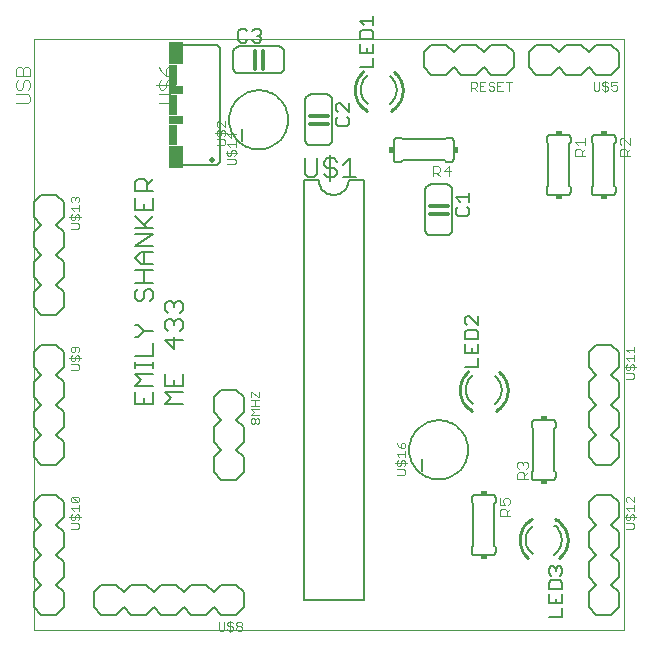
<source format=gto>
G75*
G70*
%OFA0B0*%
%FSLAX24Y24*%
%IPPOS*%
%LPD*%
%AMOC8*
5,1,8,0,0,1.08239X$1,22.5*
%
%ADD10C,0.0000*%
%ADD11C,0.0050*%
%ADD12C,0.0070*%
%ADD13C,0.0060*%
%ADD14C,0.0120*%
%ADD15C,0.0080*%
%ADD16C,0.0030*%
%ADD17C,0.0040*%
%ADD18R,0.0200X0.0150*%
%ADD19R,0.0150X0.0200*%
%ADD20C,0.0100*%
%ADD21C,0.0200*%
%ADD22R,0.0500X0.0750*%
%ADD23R,0.0300X0.0700*%
%ADD24R,0.0500X0.0300*%
D10*
X000917Y000252D02*
X000917Y019937D01*
X020602Y019937D01*
X020602Y000252D01*
X000917Y000252D01*
D11*
X004282Y007777D02*
X004892Y007777D01*
X004892Y008184D01*
X004892Y008385D02*
X004282Y008385D01*
X004485Y008588D01*
X004282Y008792D01*
X004892Y008792D01*
X004892Y008992D02*
X004892Y009196D01*
X004892Y009094D02*
X004282Y009094D01*
X004282Y008992D02*
X004282Y009196D01*
X004282Y009398D02*
X004892Y009398D01*
X004892Y009805D01*
X005282Y009905D02*
X005587Y009600D01*
X005587Y010007D01*
X005790Y010208D02*
X005892Y010310D01*
X005892Y010513D01*
X005790Y010615D01*
X005689Y010615D01*
X005587Y010513D01*
X005587Y010411D01*
X005587Y010513D02*
X005485Y010615D01*
X005383Y010615D01*
X005282Y010513D01*
X005282Y010310D01*
X005383Y010208D01*
X005282Y009905D02*
X005892Y009905D01*
X005790Y010816D02*
X005892Y010917D01*
X005892Y011121D01*
X005790Y011223D01*
X005689Y011223D01*
X005587Y011121D01*
X005587Y011019D01*
X005587Y011121D02*
X005485Y011223D01*
X005383Y011223D01*
X005282Y011121D01*
X005282Y010917D01*
X005383Y010816D01*
X004892Y011322D02*
X004790Y011221D01*
X004892Y011322D02*
X004892Y011526D01*
X004790Y011628D01*
X004689Y011628D01*
X004587Y011526D01*
X004587Y011322D01*
X004485Y011221D01*
X004383Y011221D01*
X004282Y011322D01*
X004282Y011526D01*
X004383Y011628D01*
X004282Y011828D02*
X004892Y011828D01*
X004587Y011828D02*
X004587Y012235D01*
X004587Y012436D02*
X004587Y012843D01*
X004485Y012843D02*
X004892Y012843D01*
X004892Y013044D02*
X004282Y013044D01*
X004892Y013451D01*
X004282Y013451D01*
X004282Y013652D02*
X004892Y013652D01*
X004689Y013652D02*
X004282Y014059D01*
X004282Y014259D02*
X004892Y014259D01*
X004892Y014666D01*
X004892Y014867D02*
X004282Y014867D01*
X004282Y015172D01*
X004383Y015274D01*
X004587Y015274D01*
X004689Y015172D01*
X004689Y014867D01*
X004689Y015070D02*
X004892Y015274D01*
X004282Y014666D02*
X004282Y014259D01*
X004587Y014259D02*
X004587Y014463D01*
X004892Y014059D02*
X004587Y013753D01*
X004485Y012843D02*
X004282Y012640D01*
X004485Y012436D01*
X004892Y012436D01*
X004892Y012235D02*
X004282Y012235D01*
X004282Y010412D02*
X004383Y010412D01*
X004587Y010209D01*
X004892Y010209D01*
X004587Y010209D02*
X004383Y010005D01*
X004282Y010005D01*
X005282Y008792D02*
X005282Y008385D01*
X005892Y008385D01*
X005892Y008792D01*
X005587Y008588D02*
X005587Y008385D01*
X005282Y008184D02*
X005892Y008184D01*
X005892Y007777D02*
X005282Y007777D01*
X005485Y007980D01*
X005282Y008184D01*
X004587Y007980D02*
X004587Y007777D01*
X004282Y007777D02*
X004282Y008184D01*
X011067Y017056D02*
X010992Y017131D01*
X010992Y017281D01*
X011067Y017356D01*
X011067Y017517D02*
X010992Y017592D01*
X010992Y017742D01*
X011067Y017817D01*
X011142Y017817D01*
X011442Y017517D01*
X011442Y017817D01*
X011367Y017356D02*
X011442Y017281D01*
X011442Y017131D01*
X011367Y017056D01*
X011067Y017056D01*
X011792Y019027D02*
X012242Y019027D01*
X012242Y019327D01*
X012242Y019487D02*
X012242Y019788D01*
X012242Y019948D02*
X012242Y020173D01*
X012167Y020248D01*
X011867Y020248D01*
X011792Y020173D01*
X011792Y019948D01*
X012242Y019948D01*
X012017Y019637D02*
X012017Y019487D01*
X011792Y019487D02*
X012242Y019487D01*
X011792Y019487D02*
X011792Y019788D01*
X011942Y020408D02*
X011792Y020558D01*
X012242Y020558D01*
X012242Y020408D02*
X012242Y020708D01*
X008503Y020202D02*
X008503Y020127D01*
X008428Y020052D01*
X008503Y019977D01*
X008503Y019902D01*
X008428Y019827D01*
X008278Y019827D01*
X008203Y019902D01*
X008042Y019902D02*
X007967Y019827D01*
X007817Y019827D01*
X007742Y019902D01*
X007742Y020202D01*
X007817Y020277D01*
X007967Y020277D01*
X008042Y020202D01*
X008203Y020202D02*
X008278Y020277D01*
X008428Y020277D01*
X008503Y020202D01*
X008428Y020052D02*
X008353Y020052D01*
X014992Y014667D02*
X015442Y014667D01*
X015442Y014517D02*
X015442Y014817D01*
X015142Y014517D02*
X014992Y014667D01*
X015067Y014356D02*
X014992Y014281D01*
X014992Y014131D01*
X015067Y014056D01*
X015367Y014056D01*
X015442Y014131D01*
X015442Y014281D01*
X015367Y014356D01*
X015367Y010708D02*
X015292Y010633D01*
X015292Y010483D01*
X015367Y010408D01*
X015367Y010248D02*
X015292Y010173D01*
X015292Y009948D01*
X015742Y009948D01*
X015742Y010173D01*
X015667Y010248D01*
X015367Y010248D01*
X015742Y010408D02*
X015442Y010708D01*
X015367Y010708D01*
X015742Y010708D02*
X015742Y010408D01*
X015742Y009788D02*
X015742Y009487D01*
X015292Y009487D01*
X015292Y009788D01*
X015517Y009637D02*
X015517Y009487D01*
X015742Y009327D02*
X015742Y009027D01*
X015292Y009027D01*
X018167Y002367D02*
X018242Y002367D01*
X018317Y002292D01*
X018392Y002367D01*
X018467Y002367D01*
X018542Y002292D01*
X018542Y002142D01*
X018467Y002066D01*
X018467Y001906D02*
X018167Y001906D01*
X018092Y001831D01*
X018092Y001606D01*
X018542Y001606D01*
X018542Y001831D01*
X018467Y001906D01*
X018317Y002217D02*
X018317Y002292D01*
X018167Y002367D02*
X018092Y002292D01*
X018092Y002142D01*
X018167Y002066D01*
X018092Y001446D02*
X018092Y001146D01*
X018542Y001146D01*
X018542Y001446D01*
X018317Y001296D02*
X018317Y001146D01*
X018542Y000986D02*
X018542Y000685D01*
X018092Y000685D01*
D12*
X011662Y015337D02*
X011241Y015337D01*
X011451Y015337D02*
X011451Y015967D01*
X011241Y015757D01*
X011017Y015862D02*
X010912Y015967D01*
X010702Y015967D01*
X010597Y015862D01*
X010597Y015757D01*
X010702Y015652D01*
X010912Y015652D01*
X011017Y015547D01*
X011017Y015442D01*
X010912Y015337D01*
X010702Y015337D01*
X010597Y015442D01*
X010807Y015232D02*
X010807Y016073D01*
X010373Y015967D02*
X010373Y015442D01*
X010267Y015337D01*
X010057Y015337D01*
X009952Y015442D01*
X009952Y015967D01*
D13*
X010167Y016402D02*
X010667Y016402D01*
X010693Y016404D01*
X010719Y016409D01*
X010744Y016417D01*
X010767Y016429D01*
X010789Y016443D01*
X010808Y016461D01*
X010826Y016480D01*
X010840Y016502D01*
X010852Y016525D01*
X010860Y016550D01*
X010865Y016576D01*
X010867Y016602D01*
X010867Y017902D01*
X010865Y017928D01*
X010860Y017954D01*
X010852Y017979D01*
X010840Y018002D01*
X010826Y018024D01*
X010808Y018043D01*
X010789Y018061D01*
X010767Y018075D01*
X010744Y018087D01*
X010719Y018095D01*
X010693Y018100D01*
X010667Y018102D01*
X010167Y018102D01*
X010141Y018100D01*
X010115Y018095D01*
X010090Y018087D01*
X010067Y018075D01*
X010045Y018061D01*
X010026Y018043D01*
X010008Y018024D01*
X009994Y018002D01*
X009982Y017979D01*
X009974Y017954D01*
X009969Y017928D01*
X009967Y017902D01*
X009967Y016602D01*
X009969Y016576D01*
X009974Y016550D01*
X009982Y016525D01*
X009994Y016502D01*
X010008Y016480D01*
X010026Y016461D01*
X010045Y016443D01*
X010067Y016429D01*
X010090Y016417D01*
X010115Y016409D01*
X010141Y016404D01*
X010167Y016402D01*
X010417Y015252D02*
X009917Y015252D01*
X009917Y015202D02*
X009917Y001252D01*
X011917Y001252D01*
X011917Y015252D01*
X011417Y015252D01*
X011415Y015208D01*
X011409Y015165D01*
X011400Y015123D01*
X011387Y015081D01*
X011370Y015041D01*
X011350Y015002D01*
X011327Y014965D01*
X011300Y014931D01*
X011271Y014898D01*
X011238Y014869D01*
X011204Y014842D01*
X011167Y014819D01*
X011128Y014799D01*
X011088Y014782D01*
X011046Y014769D01*
X011004Y014760D01*
X010961Y014754D01*
X010917Y014752D01*
X010873Y014754D01*
X010830Y014760D01*
X010788Y014769D01*
X010746Y014782D01*
X010706Y014799D01*
X010667Y014819D01*
X010630Y014842D01*
X010596Y014869D01*
X010563Y014898D01*
X010534Y014931D01*
X010507Y014965D01*
X010484Y015002D01*
X010464Y015041D01*
X010447Y015081D01*
X010434Y015123D01*
X010425Y015165D01*
X010419Y015208D01*
X010417Y015252D01*
X012917Y015952D02*
X012917Y016552D01*
X012919Y016569D01*
X012923Y016586D01*
X012930Y016602D01*
X012940Y016616D01*
X012953Y016629D01*
X012967Y016639D01*
X012983Y016646D01*
X013000Y016650D01*
X013017Y016652D01*
X013167Y016652D01*
X013217Y016602D01*
X014617Y016602D01*
X014667Y016652D01*
X014817Y016652D01*
X014834Y016650D01*
X014851Y016646D01*
X014867Y016639D01*
X014881Y016629D01*
X014894Y016616D01*
X014904Y016602D01*
X014911Y016586D01*
X014915Y016569D01*
X014917Y016552D01*
X014917Y015952D01*
X014915Y015935D01*
X014911Y015918D01*
X014904Y015902D01*
X014894Y015888D01*
X014881Y015875D01*
X014867Y015865D01*
X014851Y015858D01*
X014834Y015854D01*
X014817Y015852D01*
X014667Y015852D01*
X014617Y015902D01*
X013217Y015902D01*
X013167Y015852D01*
X013017Y015852D01*
X013000Y015854D01*
X012983Y015858D01*
X012967Y015865D01*
X012953Y015875D01*
X012940Y015888D01*
X012930Y015902D01*
X012923Y015918D01*
X012919Y015935D01*
X012917Y015952D01*
X013967Y014902D02*
X013967Y013602D01*
X013969Y013576D01*
X013974Y013550D01*
X013982Y013525D01*
X013994Y013502D01*
X014008Y013480D01*
X014026Y013461D01*
X014045Y013443D01*
X014067Y013429D01*
X014090Y013417D01*
X014115Y013409D01*
X014141Y013404D01*
X014167Y013402D01*
X014667Y013402D01*
X014693Y013404D01*
X014719Y013409D01*
X014744Y013417D01*
X014767Y013429D01*
X014789Y013443D01*
X014808Y013461D01*
X014826Y013480D01*
X014840Y013502D01*
X014852Y013525D01*
X014860Y013550D01*
X014865Y013576D01*
X014867Y013602D01*
X014867Y014902D01*
X014865Y014928D01*
X014860Y014954D01*
X014852Y014979D01*
X014840Y015002D01*
X014826Y015024D01*
X014808Y015043D01*
X014789Y015061D01*
X014767Y015075D01*
X014744Y015087D01*
X014719Y015095D01*
X014693Y015100D01*
X014667Y015102D01*
X014167Y015102D01*
X014141Y015100D01*
X014115Y015095D01*
X014090Y015087D01*
X014067Y015075D01*
X014045Y015061D01*
X014026Y015043D01*
X014008Y015024D01*
X013994Y015002D01*
X013982Y014979D01*
X013974Y014954D01*
X013969Y014928D01*
X013967Y014902D01*
X012785Y017778D02*
X012820Y017808D01*
X012853Y017839D01*
X012883Y017874D01*
X012910Y017910D01*
X012934Y017948D01*
X012956Y017988D01*
X012974Y018030D01*
X012990Y018073D01*
X013002Y018117D01*
X013010Y018161D01*
X013015Y018207D01*
X013017Y018252D01*
X013015Y018297D01*
X013010Y018343D01*
X013002Y018387D01*
X012990Y018431D01*
X012974Y018474D01*
X012956Y018516D01*
X012934Y018556D01*
X012910Y018594D01*
X012883Y018630D01*
X012853Y018665D01*
X012820Y018696D01*
X012785Y018726D01*
X011817Y018252D02*
X011819Y018206D01*
X011824Y018160D01*
X011833Y018114D01*
X011845Y018069D01*
X011861Y018026D01*
X011880Y017984D01*
X011903Y017943D01*
X011928Y017904D01*
X011956Y017868D01*
X011987Y017833D01*
X012021Y017801D01*
X012057Y017772D01*
X011817Y018252D02*
X011819Y018299D01*
X011825Y018347D01*
X011834Y018393D01*
X011847Y018439D01*
X011863Y018483D01*
X011883Y018527D01*
X011907Y018568D01*
X011933Y018607D01*
X011963Y018644D01*
X011996Y018679D01*
X012031Y018711D01*
X012068Y018740D01*
X009267Y019002D02*
X009267Y019502D01*
X009265Y019528D01*
X009260Y019554D01*
X009252Y019579D01*
X009240Y019602D01*
X009226Y019624D01*
X009208Y019643D01*
X009189Y019661D01*
X009167Y019675D01*
X009144Y019687D01*
X009119Y019695D01*
X009093Y019700D01*
X009067Y019702D01*
X007767Y019702D01*
X007741Y019700D01*
X007715Y019695D01*
X007690Y019687D01*
X007667Y019675D01*
X007645Y019661D01*
X007626Y019643D01*
X007608Y019624D01*
X007594Y019602D01*
X007582Y019579D01*
X007574Y019554D01*
X007569Y019528D01*
X007567Y019502D01*
X007567Y019002D01*
X007569Y018976D01*
X007574Y018950D01*
X007582Y018925D01*
X007594Y018902D01*
X007608Y018880D01*
X007626Y018861D01*
X007645Y018843D01*
X007667Y018829D01*
X007690Y018817D01*
X007715Y018809D01*
X007741Y018804D01*
X007767Y018802D01*
X009067Y018802D01*
X009093Y018804D01*
X009119Y018809D01*
X009144Y018817D01*
X009167Y018829D01*
X009189Y018843D01*
X009208Y018861D01*
X009226Y018880D01*
X009240Y018902D01*
X009252Y018925D01*
X009260Y018950D01*
X009265Y018976D01*
X009267Y019002D01*
X007117Y019652D02*
X007117Y015852D01*
X007017Y015752D01*
X005867Y015752D01*
X005867Y019752D02*
X007017Y019752D01*
X007117Y019652D01*
X018017Y016652D02*
X018017Y016502D01*
X018067Y016452D01*
X018067Y015052D01*
X018017Y015002D01*
X018017Y014852D01*
X018019Y014835D01*
X018023Y014818D01*
X018030Y014802D01*
X018040Y014788D01*
X018053Y014775D01*
X018067Y014765D01*
X018083Y014758D01*
X018100Y014754D01*
X018117Y014752D01*
X018717Y014752D01*
X018734Y014754D01*
X018751Y014758D01*
X018767Y014765D01*
X018781Y014775D01*
X018794Y014788D01*
X018804Y014802D01*
X018811Y014818D01*
X018815Y014835D01*
X018817Y014852D01*
X018817Y015002D01*
X018767Y015052D01*
X018767Y016452D01*
X018817Y016502D01*
X018817Y016652D01*
X018815Y016669D01*
X018811Y016686D01*
X018804Y016702D01*
X018794Y016716D01*
X018781Y016729D01*
X018767Y016739D01*
X018751Y016746D01*
X018734Y016750D01*
X018717Y016752D01*
X018117Y016752D01*
X018100Y016750D01*
X018083Y016746D01*
X018067Y016739D01*
X018053Y016729D01*
X018040Y016716D01*
X018030Y016702D01*
X018023Y016686D01*
X018019Y016669D01*
X018017Y016652D01*
X019517Y016652D02*
X019517Y016502D01*
X019567Y016452D01*
X019567Y015052D01*
X019517Y015002D01*
X019517Y014852D01*
X019519Y014835D01*
X019523Y014818D01*
X019530Y014802D01*
X019540Y014788D01*
X019553Y014775D01*
X019567Y014765D01*
X019583Y014758D01*
X019600Y014754D01*
X019617Y014752D01*
X020217Y014752D01*
X020234Y014754D01*
X020251Y014758D01*
X020267Y014765D01*
X020281Y014775D01*
X020294Y014788D01*
X020304Y014802D01*
X020311Y014818D01*
X020315Y014835D01*
X020317Y014852D01*
X020317Y015002D01*
X020267Y015052D01*
X020267Y016452D01*
X020317Y016502D01*
X020317Y016652D01*
X020315Y016669D01*
X020311Y016686D01*
X020304Y016702D01*
X020294Y016716D01*
X020281Y016729D01*
X020267Y016739D01*
X020251Y016746D01*
X020234Y016750D01*
X020217Y016752D01*
X019617Y016752D01*
X019600Y016750D01*
X019583Y016746D01*
X019567Y016739D01*
X019553Y016729D01*
X019540Y016716D01*
X019530Y016702D01*
X019523Y016686D01*
X019519Y016669D01*
X019517Y016652D01*
X016517Y008252D02*
X016515Y008207D01*
X016510Y008161D01*
X016502Y008117D01*
X016490Y008073D01*
X016474Y008030D01*
X016456Y007988D01*
X016434Y007948D01*
X016410Y007910D01*
X016383Y007874D01*
X016353Y007839D01*
X016320Y007808D01*
X016285Y007778D01*
X016517Y008252D02*
X016515Y008297D01*
X016510Y008343D01*
X016502Y008387D01*
X016490Y008431D01*
X016474Y008474D01*
X016456Y008516D01*
X016434Y008556D01*
X016410Y008594D01*
X016383Y008630D01*
X016353Y008665D01*
X016320Y008696D01*
X016285Y008726D01*
X015317Y008252D02*
X015319Y008206D01*
X015324Y008160D01*
X015333Y008114D01*
X015345Y008069D01*
X015361Y008026D01*
X015380Y007984D01*
X015403Y007943D01*
X015428Y007904D01*
X015456Y007868D01*
X015487Y007833D01*
X015521Y007801D01*
X015557Y007772D01*
X015317Y008252D02*
X015319Y008299D01*
X015325Y008347D01*
X015334Y008393D01*
X015347Y008439D01*
X015363Y008483D01*
X015383Y008527D01*
X015407Y008568D01*
X015433Y008607D01*
X015463Y008644D01*
X015496Y008679D01*
X015531Y008711D01*
X015568Y008740D01*
X017517Y007152D02*
X017517Y007002D01*
X017567Y006952D01*
X017567Y005552D01*
X017517Y005502D01*
X017517Y005352D01*
X017519Y005335D01*
X017523Y005318D01*
X017530Y005302D01*
X017540Y005288D01*
X017553Y005275D01*
X017567Y005265D01*
X017583Y005258D01*
X017600Y005254D01*
X017617Y005252D01*
X018217Y005252D01*
X018234Y005254D01*
X018251Y005258D01*
X018267Y005265D01*
X018281Y005275D01*
X018294Y005288D01*
X018304Y005302D01*
X018311Y005318D01*
X018315Y005335D01*
X018317Y005352D01*
X018317Y005502D01*
X018267Y005552D01*
X018267Y006952D01*
X018317Y007002D01*
X018317Y007152D01*
X018315Y007169D01*
X018311Y007186D01*
X018304Y007202D01*
X018294Y007216D01*
X018281Y007229D01*
X018267Y007239D01*
X018251Y007246D01*
X018234Y007250D01*
X018217Y007252D01*
X017617Y007252D01*
X017600Y007250D01*
X017583Y007246D01*
X017567Y007239D01*
X017553Y007229D01*
X017540Y007216D01*
X017530Y007202D01*
X017523Y007186D01*
X017519Y007169D01*
X017517Y007152D01*
X016217Y004752D02*
X015617Y004752D01*
X015600Y004750D01*
X015583Y004746D01*
X015567Y004739D01*
X015553Y004729D01*
X015540Y004716D01*
X015530Y004702D01*
X015523Y004686D01*
X015519Y004669D01*
X015517Y004652D01*
X015517Y004502D01*
X015567Y004452D01*
X015567Y003052D01*
X015517Y003002D01*
X015517Y002852D01*
X015519Y002835D01*
X015523Y002818D01*
X015530Y002802D01*
X015540Y002788D01*
X015553Y002775D01*
X015567Y002765D01*
X015583Y002758D01*
X015600Y002754D01*
X015617Y002752D01*
X016217Y002752D01*
X016234Y002754D01*
X016251Y002758D01*
X016267Y002765D01*
X016281Y002775D01*
X016294Y002788D01*
X016304Y002802D01*
X016311Y002818D01*
X016315Y002835D01*
X016317Y002852D01*
X016317Y003002D01*
X016267Y003052D01*
X016267Y004452D01*
X016317Y004502D01*
X016317Y004652D01*
X016315Y004669D01*
X016311Y004686D01*
X016304Y004702D01*
X016294Y004716D01*
X016281Y004729D01*
X016267Y004739D01*
X016251Y004746D01*
X016234Y004750D01*
X016217Y004752D01*
X017549Y003726D02*
X017514Y003696D01*
X017481Y003665D01*
X017451Y003630D01*
X017424Y003594D01*
X017400Y003556D01*
X017378Y003516D01*
X017360Y003474D01*
X017344Y003431D01*
X017332Y003387D01*
X017324Y003343D01*
X017319Y003297D01*
X017317Y003252D01*
X017319Y003207D01*
X017324Y003161D01*
X017332Y003117D01*
X017344Y003073D01*
X017360Y003030D01*
X017378Y002988D01*
X017400Y002948D01*
X017424Y002910D01*
X017451Y002874D01*
X017481Y002839D01*
X017514Y002808D01*
X017549Y002778D01*
X018517Y003252D02*
X018515Y003298D01*
X018510Y003344D01*
X018501Y003390D01*
X018489Y003435D01*
X018473Y003478D01*
X018454Y003520D01*
X018431Y003561D01*
X018406Y003600D01*
X018378Y003636D01*
X018347Y003671D01*
X018313Y003703D01*
X018277Y003732D01*
X018517Y003252D02*
X018515Y003205D01*
X018509Y003157D01*
X018500Y003111D01*
X018487Y003065D01*
X018471Y003021D01*
X018451Y002977D01*
X018427Y002936D01*
X018401Y002897D01*
X018371Y002860D01*
X018338Y002825D01*
X018303Y002793D01*
X018266Y002764D01*
D14*
X014717Y014122D02*
X014117Y014122D01*
X014117Y014372D02*
X014717Y014372D01*
X010717Y017122D02*
X010117Y017122D01*
X010117Y017372D02*
X010717Y017372D01*
X008547Y018952D02*
X008547Y019552D01*
X008297Y019552D02*
X008297Y018952D01*
D15*
X007433Y017252D02*
X007435Y017314D01*
X007441Y017377D01*
X007451Y017438D01*
X007465Y017499D01*
X007482Y017559D01*
X007503Y017618D01*
X007529Y017675D01*
X007557Y017730D01*
X007589Y017784D01*
X007625Y017835D01*
X007663Y017885D01*
X007705Y017931D01*
X007749Y017975D01*
X007797Y018016D01*
X007846Y018054D01*
X007898Y018088D01*
X007952Y018119D01*
X008008Y018147D01*
X008066Y018171D01*
X008125Y018192D01*
X008185Y018208D01*
X008246Y018221D01*
X008308Y018230D01*
X008370Y018235D01*
X008433Y018236D01*
X008495Y018233D01*
X008557Y018226D01*
X008619Y018215D01*
X008679Y018200D01*
X008739Y018182D01*
X008797Y018160D01*
X008854Y018134D01*
X008909Y018104D01*
X008962Y018071D01*
X009013Y018035D01*
X009061Y017996D01*
X009107Y017953D01*
X009150Y017908D01*
X009190Y017860D01*
X009227Y017810D01*
X009261Y017757D01*
X009292Y017703D01*
X009318Y017647D01*
X009342Y017589D01*
X009361Y017529D01*
X009377Y017469D01*
X009389Y017407D01*
X009397Y017346D01*
X009401Y017283D01*
X009401Y017221D01*
X009397Y017158D01*
X009389Y017097D01*
X009377Y017035D01*
X009361Y016975D01*
X009342Y016915D01*
X009318Y016857D01*
X009292Y016801D01*
X009261Y016747D01*
X009227Y016694D01*
X009190Y016644D01*
X009150Y016596D01*
X009107Y016551D01*
X009061Y016508D01*
X009013Y016469D01*
X008962Y016433D01*
X008909Y016400D01*
X008854Y016370D01*
X008797Y016344D01*
X008739Y016322D01*
X008679Y016304D01*
X008619Y016289D01*
X008557Y016278D01*
X008495Y016271D01*
X008433Y016268D01*
X008370Y016269D01*
X008308Y016274D01*
X008246Y016283D01*
X008185Y016296D01*
X008125Y016312D01*
X008066Y016333D01*
X008008Y016357D01*
X007952Y016385D01*
X007898Y016416D01*
X007846Y016450D01*
X007797Y016488D01*
X007749Y016529D01*
X007705Y016573D01*
X007663Y016619D01*
X007625Y016669D01*
X007589Y016720D01*
X007557Y016774D01*
X007529Y016829D01*
X007503Y016886D01*
X007482Y016945D01*
X007465Y017005D01*
X007451Y017066D01*
X007441Y017127D01*
X007435Y017190D01*
X007433Y017252D01*
X007867Y016952D02*
X007867Y016552D01*
X001917Y014502D02*
X001917Y014002D01*
X001667Y013752D01*
X001917Y013502D01*
X001917Y013002D01*
X001667Y012752D01*
X001917Y012502D01*
X001917Y012002D01*
X001667Y011752D01*
X001917Y011502D01*
X001917Y011002D01*
X001667Y010752D01*
X001167Y010752D01*
X000917Y011002D01*
X000917Y011502D01*
X001167Y011752D01*
X000917Y012002D01*
X000917Y012502D01*
X001167Y012752D01*
X000917Y013002D01*
X000917Y013502D01*
X001167Y013752D01*
X000917Y014002D01*
X000917Y014502D01*
X001167Y014752D01*
X001667Y014752D01*
X001917Y014502D01*
X001667Y009752D02*
X001167Y009752D01*
X000917Y009502D01*
X000917Y009002D01*
X001167Y008752D01*
X000917Y008502D01*
X000917Y008002D01*
X001167Y007752D01*
X000917Y007502D01*
X000917Y007002D01*
X001167Y006752D01*
X000917Y006502D01*
X000917Y006002D01*
X001167Y005752D01*
X001667Y005752D01*
X001917Y006002D01*
X001917Y006502D01*
X001667Y006752D01*
X001917Y007002D01*
X001917Y007502D01*
X001667Y007752D01*
X001917Y008002D01*
X001917Y008502D01*
X001667Y008752D01*
X001917Y009002D01*
X001917Y009502D01*
X001667Y009752D01*
X001667Y004752D02*
X001167Y004752D01*
X000917Y004502D01*
X000917Y004002D01*
X001167Y003752D01*
X000917Y003502D01*
X000917Y003002D01*
X001167Y002752D01*
X000917Y002502D01*
X000917Y002002D01*
X001167Y001752D01*
X000917Y001502D01*
X000917Y001002D01*
X001167Y000752D01*
X001667Y000752D01*
X001917Y001002D01*
X001917Y001502D01*
X001667Y001752D01*
X001917Y002002D01*
X001917Y002502D01*
X001667Y002752D01*
X001917Y003002D01*
X001917Y003502D01*
X001667Y003752D01*
X001917Y004002D01*
X001917Y004502D01*
X001667Y004752D01*
X003167Y001752D02*
X003667Y001752D01*
X003917Y001502D01*
X004167Y001752D01*
X004667Y001752D01*
X004917Y001502D01*
X005167Y001752D01*
X005667Y001752D01*
X005917Y001502D01*
X006167Y001752D01*
X006667Y001752D01*
X006917Y001502D01*
X007167Y001752D01*
X007667Y001752D01*
X007917Y001502D01*
X007917Y001002D01*
X007667Y000752D01*
X007167Y000752D01*
X006917Y001002D01*
X006667Y000752D01*
X006167Y000752D01*
X005917Y001002D01*
X005667Y000752D01*
X005167Y000752D01*
X004917Y001002D01*
X004667Y000752D01*
X004167Y000752D01*
X003917Y001002D01*
X003667Y000752D01*
X003167Y000752D01*
X002917Y001002D01*
X002917Y001502D01*
X003167Y001752D01*
X006917Y005502D02*
X006917Y006002D01*
X007167Y006252D01*
X006917Y006502D01*
X006917Y007002D01*
X007167Y007252D01*
X006917Y007502D01*
X006917Y008002D01*
X007167Y008252D01*
X007667Y008252D01*
X007917Y008002D01*
X007917Y007502D01*
X007667Y007252D01*
X007917Y007002D01*
X007917Y006502D01*
X007667Y006252D01*
X007917Y006002D01*
X007917Y005502D01*
X007667Y005252D01*
X007167Y005252D01*
X006917Y005502D01*
X013867Y005552D02*
X013867Y005952D01*
X013433Y006252D02*
X013435Y006314D01*
X013441Y006377D01*
X013451Y006438D01*
X013465Y006499D01*
X013482Y006559D01*
X013503Y006618D01*
X013529Y006675D01*
X013557Y006730D01*
X013589Y006784D01*
X013625Y006835D01*
X013663Y006885D01*
X013705Y006931D01*
X013749Y006975D01*
X013797Y007016D01*
X013846Y007054D01*
X013898Y007088D01*
X013952Y007119D01*
X014008Y007147D01*
X014066Y007171D01*
X014125Y007192D01*
X014185Y007208D01*
X014246Y007221D01*
X014308Y007230D01*
X014370Y007235D01*
X014433Y007236D01*
X014495Y007233D01*
X014557Y007226D01*
X014619Y007215D01*
X014679Y007200D01*
X014739Y007182D01*
X014797Y007160D01*
X014854Y007134D01*
X014909Y007104D01*
X014962Y007071D01*
X015013Y007035D01*
X015061Y006996D01*
X015107Y006953D01*
X015150Y006908D01*
X015190Y006860D01*
X015227Y006810D01*
X015261Y006757D01*
X015292Y006703D01*
X015318Y006647D01*
X015342Y006589D01*
X015361Y006529D01*
X015377Y006469D01*
X015389Y006407D01*
X015397Y006346D01*
X015401Y006283D01*
X015401Y006221D01*
X015397Y006158D01*
X015389Y006097D01*
X015377Y006035D01*
X015361Y005975D01*
X015342Y005915D01*
X015318Y005857D01*
X015292Y005801D01*
X015261Y005747D01*
X015227Y005694D01*
X015190Y005644D01*
X015150Y005596D01*
X015107Y005551D01*
X015061Y005508D01*
X015013Y005469D01*
X014962Y005433D01*
X014909Y005400D01*
X014854Y005370D01*
X014797Y005344D01*
X014739Y005322D01*
X014679Y005304D01*
X014619Y005289D01*
X014557Y005278D01*
X014495Y005271D01*
X014433Y005268D01*
X014370Y005269D01*
X014308Y005274D01*
X014246Y005283D01*
X014185Y005296D01*
X014125Y005312D01*
X014066Y005333D01*
X014008Y005357D01*
X013952Y005385D01*
X013898Y005416D01*
X013846Y005450D01*
X013797Y005488D01*
X013749Y005529D01*
X013705Y005573D01*
X013663Y005619D01*
X013625Y005669D01*
X013589Y005720D01*
X013557Y005774D01*
X013529Y005829D01*
X013503Y005886D01*
X013482Y005945D01*
X013465Y006005D01*
X013451Y006066D01*
X013441Y006127D01*
X013435Y006190D01*
X013433Y006252D01*
X019417Y006002D02*
X019417Y006502D01*
X019667Y006752D01*
X019417Y007002D01*
X019417Y007502D01*
X019667Y007752D01*
X019417Y008002D01*
X019417Y008502D01*
X019667Y008752D01*
X019417Y009002D01*
X019417Y009502D01*
X019667Y009752D01*
X020167Y009752D01*
X020417Y009502D01*
X020417Y009002D01*
X020167Y008752D01*
X020417Y008502D01*
X020417Y008002D01*
X020167Y007752D01*
X020417Y007502D01*
X020417Y007002D01*
X020167Y006752D01*
X020417Y006502D01*
X020417Y006002D01*
X020167Y005752D01*
X019667Y005752D01*
X019417Y006002D01*
X019667Y004752D02*
X019417Y004502D01*
X019417Y004002D01*
X019667Y003752D01*
X019417Y003502D01*
X019417Y003002D01*
X019667Y002752D01*
X019417Y002502D01*
X019417Y002002D01*
X019667Y001752D01*
X019417Y001502D01*
X019417Y001002D01*
X019667Y000752D01*
X020167Y000752D01*
X020417Y001002D01*
X020417Y001502D01*
X020167Y001752D01*
X020417Y002002D01*
X020417Y002502D01*
X020167Y002752D01*
X020417Y003002D01*
X020417Y003502D01*
X020167Y003752D01*
X020417Y004002D01*
X020417Y004502D01*
X020167Y004752D01*
X019667Y004752D01*
X019667Y018752D02*
X019417Y019002D01*
X019167Y018752D01*
X018667Y018752D01*
X018417Y019002D01*
X018167Y018752D01*
X017667Y018752D01*
X017417Y019002D01*
X017417Y019502D01*
X017667Y019752D01*
X018167Y019752D01*
X018417Y019502D01*
X018667Y019752D01*
X019167Y019752D01*
X019417Y019502D01*
X019667Y019752D01*
X020167Y019752D01*
X020417Y019502D01*
X020417Y019002D01*
X020167Y018752D01*
X019667Y018752D01*
X016917Y019002D02*
X016667Y018752D01*
X016167Y018752D01*
X015917Y019002D01*
X015667Y018752D01*
X015167Y018752D01*
X014917Y019002D01*
X014667Y018752D01*
X014167Y018752D01*
X013917Y019002D01*
X013917Y019502D01*
X014167Y019752D01*
X014667Y019752D01*
X014917Y019502D01*
X015167Y019752D01*
X015667Y019752D01*
X015917Y019502D01*
X016167Y019752D01*
X016667Y019752D01*
X016917Y019502D01*
X016917Y019002D01*
D16*
X016861Y018517D02*
X016668Y018517D01*
X016764Y018517D02*
X016764Y018227D01*
X016566Y018227D02*
X016373Y018227D01*
X016373Y018517D01*
X016566Y018517D01*
X016470Y018372D02*
X016373Y018372D01*
X016272Y018324D02*
X016272Y018275D01*
X016223Y018227D01*
X016127Y018227D01*
X016078Y018275D01*
X016127Y018372D02*
X016078Y018420D01*
X016078Y018469D01*
X016127Y018517D01*
X016223Y018517D01*
X016272Y018469D01*
X016223Y018372D02*
X016272Y018324D01*
X016223Y018372D02*
X016127Y018372D01*
X015977Y018227D02*
X015784Y018227D01*
X015784Y018517D01*
X015977Y018517D01*
X015880Y018372D02*
X015784Y018372D01*
X015682Y018372D02*
X015634Y018324D01*
X015489Y018324D01*
X015586Y018324D02*
X015682Y018227D01*
X015682Y018372D02*
X015682Y018469D01*
X015634Y018517D01*
X015489Y018517D01*
X015489Y018227D01*
X019578Y018275D02*
X019627Y018227D01*
X019723Y018227D01*
X019772Y018275D01*
X019772Y018517D01*
X019873Y018469D02*
X019921Y018517D01*
X020018Y018517D01*
X020066Y018469D01*
X020018Y018372D02*
X019921Y018372D01*
X019873Y018420D01*
X019873Y018469D01*
X019970Y018566D02*
X019970Y018179D01*
X020018Y018227D02*
X020066Y018275D01*
X020066Y018324D01*
X020018Y018372D01*
X020018Y018227D02*
X019921Y018227D01*
X019873Y018275D01*
X019578Y018275D02*
X019578Y018517D01*
X020168Y018517D02*
X020168Y018372D01*
X020264Y018420D01*
X020313Y018420D01*
X020361Y018372D01*
X020361Y018275D01*
X020313Y018227D01*
X020216Y018227D01*
X020168Y018275D01*
X020168Y018517D02*
X020361Y018517D01*
X020942Y009696D02*
X020942Y009502D01*
X020942Y009599D02*
X020652Y009599D01*
X020749Y009502D01*
X020942Y009401D02*
X020942Y009208D01*
X020942Y009304D02*
X020652Y009304D01*
X020749Y009208D01*
X020700Y009106D02*
X020652Y009058D01*
X020652Y008961D01*
X020700Y008913D01*
X020749Y008913D01*
X020797Y008961D01*
X020797Y009058D01*
X020845Y009106D01*
X020894Y009106D01*
X020942Y009058D01*
X020942Y008961D01*
X020894Y008913D01*
X020894Y008812D02*
X020652Y008812D01*
X020652Y008618D02*
X020894Y008618D01*
X020942Y008667D01*
X020942Y008764D01*
X020894Y008812D01*
X020991Y009010D02*
X020604Y009010D01*
X020700Y004696D02*
X020652Y004647D01*
X020652Y004551D01*
X020700Y004502D01*
X020700Y004696D02*
X020749Y004696D01*
X020942Y004502D01*
X020942Y004696D01*
X020942Y004401D02*
X020942Y004208D01*
X020942Y004304D02*
X020652Y004304D01*
X020749Y004208D01*
X020700Y004106D02*
X020652Y004058D01*
X020652Y003961D01*
X020700Y003913D01*
X020749Y003913D01*
X020797Y003961D01*
X020797Y004058D01*
X020845Y004106D01*
X020894Y004106D01*
X020942Y004058D01*
X020942Y003961D01*
X020894Y003913D01*
X020894Y003812D02*
X020652Y003812D01*
X020652Y003618D02*
X020894Y003618D01*
X020942Y003667D01*
X020942Y003764D01*
X020894Y003812D01*
X020991Y004010D02*
X020604Y004010D01*
X013351Y005808D02*
X012964Y005808D01*
X013012Y005760D02*
X013012Y005857D01*
X013060Y005905D01*
X013157Y005857D02*
X013157Y005760D01*
X013109Y005712D01*
X013060Y005712D01*
X013012Y005760D01*
X013012Y005610D02*
X013254Y005610D01*
X013302Y005562D01*
X013302Y005465D01*
X013254Y005417D01*
X013012Y005417D01*
X013254Y005712D02*
X013302Y005760D01*
X013302Y005857D01*
X013254Y005905D01*
X013205Y005905D01*
X013157Y005857D01*
X013109Y006006D02*
X013012Y006103D01*
X013302Y006103D01*
X013302Y006006D02*
X013302Y006200D01*
X013254Y006301D02*
X013302Y006349D01*
X013302Y006446D01*
X013254Y006494D01*
X013205Y006494D01*
X013157Y006446D01*
X013157Y006301D01*
X013254Y006301D01*
X013157Y006301D02*
X013060Y006398D01*
X013012Y006494D01*
X008442Y007167D02*
X008394Y007118D01*
X008345Y007118D01*
X008297Y007167D01*
X008297Y007264D01*
X008345Y007312D01*
X008394Y007312D01*
X008442Y007264D01*
X008442Y007167D01*
X008297Y007167D02*
X008249Y007118D01*
X008200Y007118D01*
X008152Y007167D01*
X008152Y007264D01*
X008200Y007312D01*
X008249Y007312D01*
X008297Y007264D01*
X008152Y007413D02*
X008249Y007510D01*
X008152Y007606D01*
X008442Y007606D01*
X008442Y007708D02*
X008152Y007708D01*
X008297Y007708D02*
X008297Y007901D01*
X008394Y008002D02*
X008200Y008196D01*
X008152Y008196D01*
X008152Y008002D01*
X008152Y007901D02*
X008442Y007901D01*
X008442Y008002D02*
X008442Y008196D01*
X008442Y008002D02*
X008394Y008002D01*
X008442Y007413D02*
X008152Y007413D01*
X002442Y008961D02*
X002442Y009058D01*
X002394Y009106D01*
X002152Y009106D01*
X002200Y009208D02*
X002152Y009256D01*
X002152Y009353D01*
X002200Y009401D01*
X002200Y009502D02*
X002249Y009502D01*
X002297Y009551D01*
X002297Y009696D01*
X002200Y009696D02*
X002152Y009647D01*
X002152Y009551D01*
X002200Y009502D01*
X002345Y009401D02*
X002297Y009353D01*
X002297Y009256D01*
X002249Y009208D01*
X002200Y009208D01*
X002104Y009304D02*
X002491Y009304D01*
X002442Y009256D02*
X002442Y009353D01*
X002394Y009401D01*
X002345Y009401D01*
X002394Y009502D02*
X002442Y009551D01*
X002442Y009647D01*
X002394Y009696D01*
X002200Y009696D01*
X002442Y009256D02*
X002394Y009208D01*
X002442Y008961D02*
X002394Y008913D01*
X002152Y008913D01*
X002200Y004696D02*
X002394Y004502D01*
X002442Y004551D01*
X002442Y004647D01*
X002394Y004696D01*
X002200Y004696D01*
X002152Y004647D01*
X002152Y004551D01*
X002200Y004502D01*
X002394Y004502D01*
X002442Y004401D02*
X002442Y004208D01*
X002442Y004304D02*
X002152Y004304D01*
X002249Y004208D01*
X002200Y004106D02*
X002152Y004058D01*
X002152Y003961D01*
X002200Y003913D01*
X002249Y003913D01*
X002297Y003961D01*
X002297Y004058D01*
X002345Y004106D01*
X002394Y004106D01*
X002442Y004058D01*
X002442Y003961D01*
X002394Y003913D01*
X002394Y003812D02*
X002152Y003812D01*
X002152Y003618D02*
X002394Y003618D01*
X002442Y003667D01*
X002442Y003764D01*
X002394Y003812D01*
X002491Y004010D02*
X002104Y004010D01*
X007078Y000517D02*
X007078Y000275D01*
X007127Y000227D01*
X007223Y000227D01*
X007272Y000275D01*
X007272Y000517D01*
X007373Y000469D02*
X007421Y000517D01*
X007518Y000517D01*
X007566Y000469D01*
X007668Y000469D02*
X007668Y000420D01*
X007716Y000372D01*
X007813Y000372D01*
X007861Y000324D01*
X007861Y000275D01*
X007813Y000227D01*
X007716Y000227D01*
X007668Y000275D01*
X007668Y000324D01*
X007716Y000372D01*
X007813Y000372D02*
X007861Y000420D01*
X007861Y000469D01*
X007813Y000517D01*
X007716Y000517D01*
X007668Y000469D01*
X007566Y000324D02*
X007518Y000372D01*
X007421Y000372D01*
X007373Y000420D01*
X007373Y000469D01*
X007470Y000566D02*
X007470Y000179D01*
X007518Y000227D02*
X007566Y000275D01*
X007566Y000324D01*
X007518Y000227D02*
X007421Y000227D01*
X007373Y000275D01*
X002394Y013618D02*
X002152Y013618D01*
X002152Y013812D02*
X002394Y013812D01*
X002442Y013764D01*
X002442Y013667D01*
X002394Y013618D01*
X002394Y013913D02*
X002442Y013961D01*
X002442Y014058D01*
X002394Y014106D01*
X002345Y014106D01*
X002297Y014058D01*
X002297Y013961D01*
X002249Y013913D01*
X002200Y013913D01*
X002152Y013961D01*
X002152Y014058D01*
X002200Y014106D01*
X002249Y014208D02*
X002152Y014304D01*
X002442Y014304D01*
X002442Y014208D02*
X002442Y014401D01*
X002394Y014502D02*
X002442Y014551D01*
X002442Y014647D01*
X002394Y014696D01*
X002345Y014696D01*
X002297Y014647D01*
X002297Y014599D01*
X002297Y014647D02*
X002249Y014696D01*
X002200Y014696D01*
X002152Y014647D01*
X002152Y014551D01*
X002200Y014502D01*
X002104Y014010D02*
X002491Y014010D01*
X006964Y016808D02*
X007351Y016808D01*
X007362Y016796D02*
X007507Y016651D01*
X007507Y016844D01*
X007652Y016796D02*
X007362Y016796D01*
X007302Y016760D02*
X007302Y016857D01*
X007254Y016905D01*
X007205Y016905D01*
X007157Y016857D01*
X007157Y016760D01*
X007109Y016712D01*
X007060Y016712D01*
X007012Y016760D01*
X007012Y016857D01*
X007060Y016905D01*
X007060Y017006D02*
X007012Y017055D01*
X007012Y017151D01*
X007060Y017200D01*
X007109Y017200D01*
X007302Y017006D01*
X007302Y017200D01*
X007302Y016760D02*
X007254Y016712D01*
X007254Y016610D02*
X007012Y016610D01*
X007012Y016417D02*
X007254Y016417D01*
X007302Y016465D01*
X007302Y016562D01*
X007254Y016610D01*
X007362Y016453D02*
X007652Y016453D01*
X007652Y016356D02*
X007652Y016550D01*
X007459Y016356D02*
X007362Y016453D01*
X007410Y016255D02*
X007362Y016207D01*
X007362Y016110D01*
X007410Y016062D01*
X007459Y016062D01*
X007507Y016110D01*
X007507Y016207D01*
X007555Y016255D01*
X007604Y016255D01*
X007652Y016207D01*
X007652Y016110D01*
X007604Y016062D01*
X007604Y015960D02*
X007362Y015960D01*
X007362Y015767D02*
X007604Y015767D01*
X007652Y015815D01*
X007652Y015912D01*
X007604Y015960D01*
X007701Y016158D02*
X007314Y016158D01*
D17*
X005543Y017877D02*
X005543Y018030D01*
X005466Y018107D01*
X005082Y018107D01*
X005159Y018261D02*
X005082Y018337D01*
X005082Y018491D01*
X005159Y018568D01*
X005313Y018491D02*
X005313Y018337D01*
X005236Y018261D01*
X005159Y018261D01*
X005006Y018414D02*
X005620Y018414D01*
X005543Y018337D02*
X005543Y018491D01*
X005466Y018568D01*
X005389Y018568D01*
X005313Y018491D01*
X005313Y018721D02*
X005313Y018951D01*
X005389Y019028D01*
X005466Y019028D01*
X005543Y018951D01*
X005543Y018798D01*
X005466Y018721D01*
X005313Y018721D01*
X005159Y018874D01*
X005082Y019028D01*
X005543Y018337D02*
X005466Y018261D01*
X005543Y017877D02*
X005466Y017800D01*
X005082Y017800D01*
X000793Y017877D02*
X000793Y018030D01*
X000716Y018107D01*
X000332Y018107D01*
X000409Y018261D02*
X000486Y018261D01*
X000563Y018337D01*
X000563Y018491D01*
X000639Y018568D01*
X000716Y018568D01*
X000793Y018491D01*
X000793Y018337D01*
X000716Y018261D01*
X000409Y018261D02*
X000332Y018337D01*
X000332Y018491D01*
X000409Y018568D01*
X000332Y018721D02*
X000332Y018951D01*
X000409Y019028D01*
X000486Y019028D01*
X000563Y018951D01*
X000563Y018721D01*
X000793Y018721D02*
X000332Y018721D01*
X000563Y018951D02*
X000639Y019028D01*
X000716Y019028D01*
X000793Y018951D01*
X000793Y018721D01*
X000793Y017877D02*
X000716Y017800D01*
X000332Y017800D01*
X014219Y015722D02*
X014219Y015372D01*
X014219Y015489D02*
X014394Y015489D01*
X014452Y015547D01*
X014452Y015664D01*
X014394Y015722D01*
X014219Y015722D01*
X014336Y015489D02*
X014452Y015372D01*
X014578Y015547D02*
X014812Y015547D01*
X014753Y015372D02*
X014753Y015722D01*
X014578Y015547D01*
X018947Y016054D02*
X018947Y016229D01*
X019005Y016287D01*
X019122Y016287D01*
X019180Y016229D01*
X019180Y016054D01*
X019180Y016171D02*
X019297Y016287D01*
X019297Y016413D02*
X019297Y016646D01*
X019297Y016530D02*
X018947Y016530D01*
X019064Y016413D01*
X018947Y016054D02*
X019297Y016054D01*
X020447Y016054D02*
X020447Y016229D01*
X020505Y016287D01*
X020622Y016287D01*
X020680Y016229D01*
X020680Y016054D01*
X020680Y016171D02*
X020797Y016287D01*
X020797Y016413D02*
X020564Y016646D01*
X020505Y016646D01*
X020447Y016588D01*
X020447Y016471D01*
X020505Y016413D01*
X020447Y016054D02*
X020797Y016054D01*
X020797Y016413D02*
X020797Y016646D01*
X017329Y005865D02*
X017387Y005806D01*
X017387Y005689D01*
X017329Y005631D01*
X017387Y005505D02*
X017270Y005389D01*
X017270Y005447D02*
X017270Y005272D01*
X017387Y005272D02*
X017037Y005272D01*
X017037Y005447D01*
X017095Y005505D01*
X017212Y005505D01*
X017270Y005447D01*
X017095Y005631D02*
X017037Y005689D01*
X017037Y005806D01*
X017095Y005865D01*
X017154Y005865D01*
X017212Y005806D01*
X017270Y005865D01*
X017329Y005865D01*
X017212Y005806D02*
X017212Y005748D01*
X016739Y004646D02*
X016622Y004646D01*
X016564Y004588D01*
X016564Y004530D01*
X016622Y004413D01*
X016447Y004413D01*
X016447Y004646D01*
X016739Y004646D02*
X016797Y004588D01*
X016797Y004471D01*
X016739Y004413D01*
X016797Y004287D02*
X016680Y004171D01*
X016680Y004229D02*
X016680Y004054D01*
X016797Y004054D02*
X016447Y004054D01*
X016447Y004229D01*
X016505Y004287D01*
X016622Y004287D01*
X016680Y004229D01*
D18*
X015917Y004827D03*
X017917Y005177D03*
X017917Y007327D03*
X015917Y002677D03*
X018417Y014677D03*
X019917Y014677D03*
X019917Y016827D03*
X018417Y016827D03*
D19*
X014992Y016252D03*
X012842Y016252D03*
D20*
X012814Y017557D02*
X012862Y017587D01*
X012907Y017620D01*
X012950Y017656D01*
X012991Y017694D01*
X013028Y017736D01*
X013063Y017780D01*
X013094Y017826D01*
X013123Y017875D01*
X013147Y017925D01*
X013168Y017977D01*
X013186Y018031D01*
X013199Y018085D01*
X013209Y018140D01*
X013215Y018196D01*
X013217Y018252D01*
X013215Y018305D01*
X013210Y018359D01*
X013201Y018411D01*
X013189Y018463D01*
X013173Y018514D01*
X013154Y018564D01*
X013131Y018613D01*
X013105Y018660D01*
X013077Y018705D01*
X013045Y018748D01*
X013011Y018788D01*
X012973Y018827D01*
X012934Y018863D01*
X011617Y018252D02*
X011619Y018198D01*
X011624Y018144D01*
X011633Y018091D01*
X011646Y018038D01*
X011662Y017987D01*
X011682Y017937D01*
X011705Y017888D01*
X011731Y017840D01*
X011760Y017795D01*
X011793Y017752D01*
X011828Y017711D01*
X011866Y017672D01*
X011906Y017636D01*
X011949Y017603D01*
X011994Y017573D01*
X012041Y017546D01*
X011617Y018252D02*
X011619Y018306D01*
X011624Y018359D01*
X011633Y018413D01*
X011646Y018465D01*
X011662Y018516D01*
X011682Y018567D01*
X011704Y018616D01*
X011730Y018663D01*
X011760Y018708D01*
X011792Y018751D01*
X011827Y018792D01*
X011865Y018831D01*
X011905Y018867D01*
X015117Y008252D02*
X015119Y008198D01*
X015124Y008144D01*
X015133Y008091D01*
X015146Y008038D01*
X015162Y007987D01*
X015182Y007937D01*
X015205Y007888D01*
X015231Y007840D01*
X015260Y007795D01*
X015293Y007752D01*
X015328Y007711D01*
X015366Y007672D01*
X015406Y007636D01*
X015449Y007603D01*
X015494Y007573D01*
X015541Y007546D01*
X016314Y007557D02*
X016362Y007587D01*
X016407Y007620D01*
X016450Y007656D01*
X016491Y007694D01*
X016528Y007736D01*
X016563Y007780D01*
X016594Y007826D01*
X016623Y007875D01*
X016647Y007925D01*
X016668Y007977D01*
X016686Y008031D01*
X016699Y008085D01*
X016709Y008140D01*
X016715Y008196D01*
X016717Y008252D01*
X016715Y008305D01*
X016710Y008359D01*
X016701Y008411D01*
X016689Y008463D01*
X016673Y008514D01*
X016654Y008564D01*
X016631Y008613D01*
X016605Y008660D01*
X016577Y008705D01*
X016545Y008748D01*
X016511Y008788D01*
X016473Y008827D01*
X016434Y008863D01*
X015405Y008867D02*
X015365Y008831D01*
X015327Y008792D01*
X015292Y008751D01*
X015260Y008708D01*
X015230Y008663D01*
X015204Y008616D01*
X015182Y008567D01*
X015162Y008516D01*
X015146Y008465D01*
X015133Y008413D01*
X015124Y008359D01*
X015119Y008306D01*
X015117Y008252D01*
X017520Y003947D02*
X017472Y003917D01*
X017427Y003884D01*
X017384Y003848D01*
X017343Y003810D01*
X017306Y003768D01*
X017271Y003724D01*
X017240Y003678D01*
X017211Y003629D01*
X017187Y003579D01*
X017166Y003527D01*
X017148Y003473D01*
X017135Y003419D01*
X017125Y003364D01*
X017119Y003308D01*
X017117Y003252D01*
X017119Y003199D01*
X017124Y003145D01*
X017133Y003093D01*
X017145Y003041D01*
X017161Y002990D01*
X017180Y002940D01*
X017203Y002891D01*
X017229Y002844D01*
X017257Y002799D01*
X017289Y002756D01*
X017323Y002716D01*
X017361Y002677D01*
X017400Y002641D01*
X018717Y003252D02*
X018715Y003306D01*
X018710Y003360D01*
X018701Y003413D01*
X018688Y003466D01*
X018672Y003517D01*
X018652Y003567D01*
X018629Y003616D01*
X018603Y003664D01*
X018574Y003709D01*
X018541Y003752D01*
X018506Y003793D01*
X018468Y003832D01*
X018428Y003868D01*
X018385Y003901D01*
X018340Y003931D01*
X018293Y003958D01*
X018717Y003252D02*
X018715Y003198D01*
X018710Y003145D01*
X018701Y003091D01*
X018688Y003039D01*
X018672Y002988D01*
X018652Y002937D01*
X018630Y002888D01*
X018604Y002841D01*
X018574Y002796D01*
X018542Y002753D01*
X018507Y002712D01*
X018469Y002673D01*
X018429Y002637D01*
D21*
X006877Y015932D03*
D22*
X005667Y016027D03*
X005667Y019477D03*
D23*
X005567Y018752D03*
X005567Y017752D03*
X005567Y016752D03*
D24*
X005667Y017252D03*
X005667Y018252D03*
M02*

</source>
